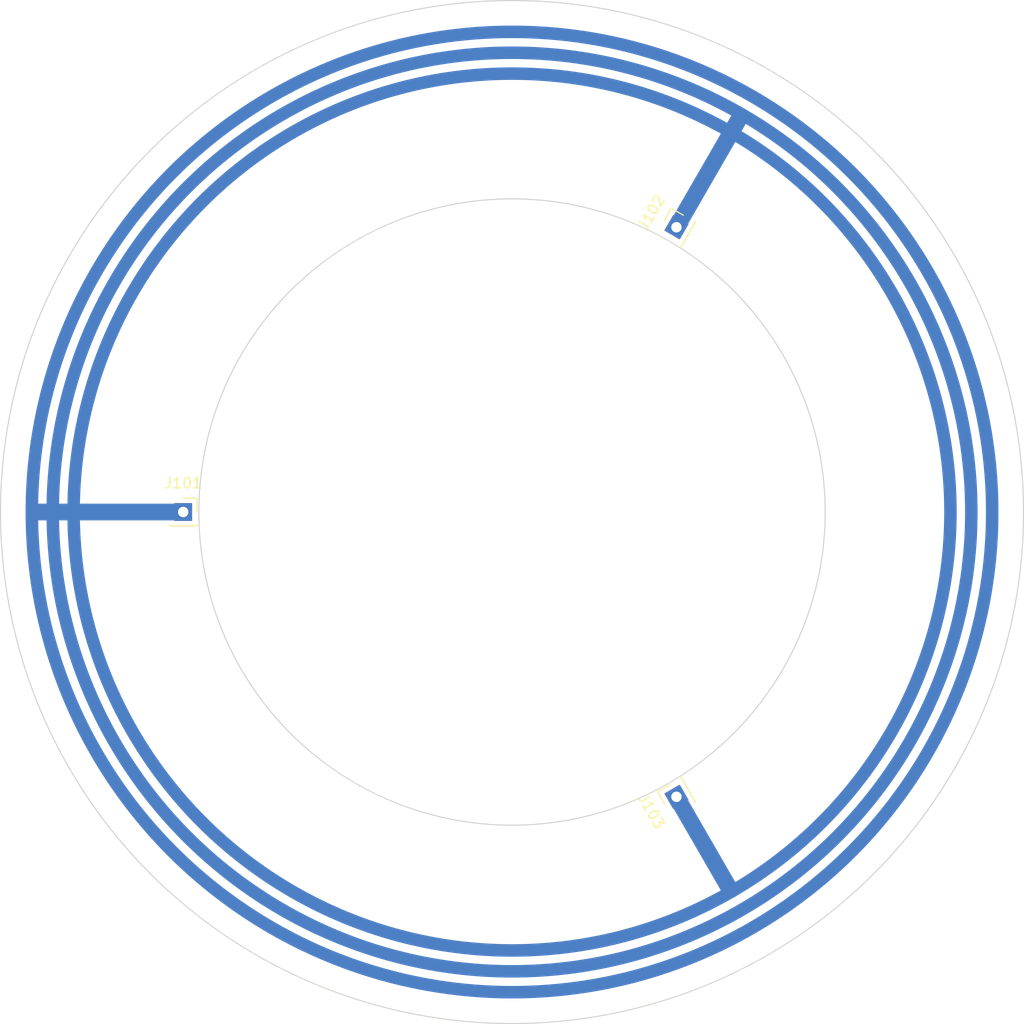
<source format=kicad_pcb>
(kicad_pcb (version 20221018) (generator pcbnew)
  (layers (0 "F.Cu" signal) (31 "B.Cu" signal) (34 "B.Paste" user) (35 "F.Paste" user) (36 "B.SilkS" user "B.Silkscreen") (37 "F.SilkS" user "F.Silkscreen") (38 "B.Mask" user) (39 "F.Mask" user) (44 "Edge.Cuts" user))
  (net 0 "")
  (footprint "MyPinSocket:MyPinSocket" (layer "F.Cu") (at 65.75 22.72 60)
    (fp_text reference "J102" (at 0 -2.77 60) (layer "F.SilkS"))
    (fp_text value "Conn_01x01_Pin")
    (fp_line (start -1.33 1.21) (end -1.33 1.33) (stroke (width 0.12)) (layer "F.SilkS"))
    (fp_line (start -1.33 1.33) (end 1.33 1.33) (stroke (width 0.12)) (layer "F.SilkS"))
    (fp_line (start 0 -1.33) (end 1.33 -1.33) (stroke (width 0.12)) (layer "F.SilkS"))
    (fp_line (start 1.33 -1.33) (end 1.33 0) (stroke (width 0.12)) (layer "F.SilkS"))
    (fp_line (start 1.33 1.21) (end 1.33 1.33) (stroke (width 0.12)) (layer "F.SilkS"))
    (pad "1" thru_hole rect (at 0 0 60) (size 1.7 1.7) (drill 1) (layers "*.Cu" "*.Mask"))
  )
  (footprint "MyPinSocket:MyPinSocket" (layer "F.Cu") (at 18.5 50)
    (fp_text reference "J101" (at 0 -2.77) (layer "F.SilkS"))
    (fp_text value "Conn_01x01_Pin")
    (fp_line (start -1.33 1.21) (end -1.33 1.33) (stroke (width 0.12)) (layer "F.SilkS"))
    (fp_line (start -1.33 1.33) (end 1.33 1.33) (stroke (width 0.12)) (layer "F.SilkS"))
    (fp_line (start 0 -1.33) (end 1.33 -1.33) (stroke (width 0.12)) (layer "F.SilkS"))
    (fp_line (start 1.33 -1.33) (end 1.33 0) (stroke (width 0.12)) (layer "F.SilkS"))
    (fp_line (start 1.33 1.21) (end 1.33 1.33) (stroke (width 0.12)) (layer "F.SilkS"))
    (pad "1" thru_hole rect (at 0 0) (size 1.7 1.7) (drill 1) (layers "*.Cu" "*.Mask"))
  )
  (footprint "MyPinSocket:MyPinSocket" (layer "F.Cu") (at 65.75 77.28 120)
    (fp_text reference "J103" (at 0 -2.77 120) (layer "F.SilkS"))
    (fp_text value "Conn_01x01_Pin")
    (fp_line (start -1.33 1.21) (end -1.33 1.33) (stroke (width 0.12)) (layer "F.SilkS"))
    (fp_line (start -1.33 1.33) (end 1.33 1.33) (stroke (width 0.12)) (layer "F.SilkS"))
    (fp_line (start 0 -1.33) (end 1.33 -1.33) (stroke (width 0.12)) (layer "F.SilkS"))
    (fp_line (start 1.33 -1.33) (end 1.33 0) (stroke (width 0.12)) (layer "F.SilkS"))
    (fp_line (start 1.33 1.21) (end 1.33 1.33) (stroke (width 0.12)) (layer "F.SilkS"))
    (pad "1" thru_hole rect (at 0 0 120) (size 1.7 1.7) (drill 1) (layers "*.Cu" "*.Mask"))
  )
  (gr_circle (center 50 50) (end 96 50) (stroke (width 1.2)) (fill none) (layer "B.Cu"))
  (gr_line (start 65.75 22.72) (end 71.9 12.068) (stroke (width 1.6)) (layer "B.Cu"))
  (gr_circle (center 50 50) (end 94 50) (stroke (width 1.2)) (fill none) (layer "B.Cu"))
  (gr_line (start 18.5 50) (end 4.2 50) (stroke (width 1.6)) (layer "B.Cu"))
  (gr_line (start 65.75 77.28) (end 70.9 86.2) (stroke (width 1.6)) (layer "B.Cu"))
  (gr_circle (center 50 50) (end 92 50) (stroke (width 1.2)) (fill none) (layer "B.Cu"))
  (gr_circle (center 50 50) (end 99 50) (stroke (width 0.1)) (fill none) (layer "Edge.Cuts"))
  (gr_circle (center 50 50) (end 80 50) (stroke (width 0.1)) (fill none) (layer "Edge.Cuts"))
)
</source>
